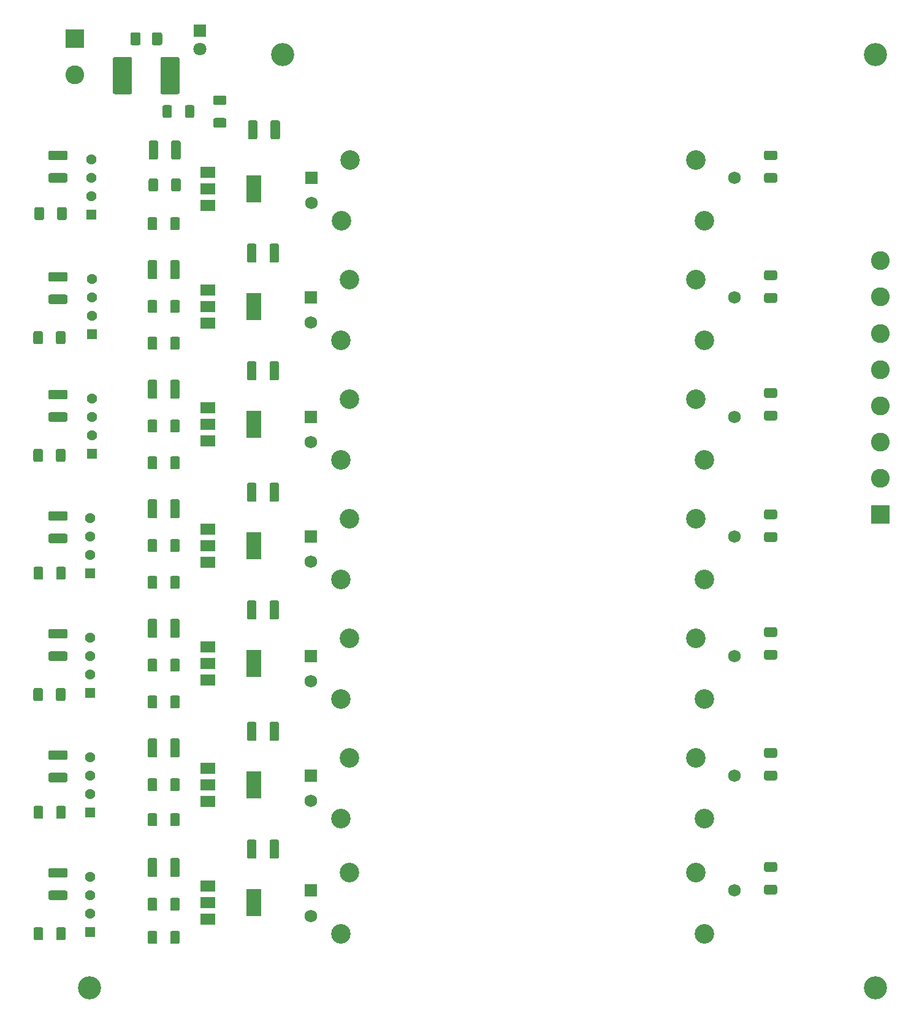
<source format=gbr>
%TF.GenerationSoftware,KiCad,Pcbnew,5.1.7-a382d34a8~87~ubuntu20.04.1*%
%TF.CreationDate,2020-11-02T17:40:13+01:00*%
%TF.ProjectId,7CellBatterySimulator_7CBS,3743656c-6c42-4617-9474-65727953696d,V1.0*%
%TF.SameCoordinates,Original*%
%TF.FileFunction,Soldermask,Bot*%
%TF.FilePolarity,Negative*%
%FSLAX46Y46*%
G04 Gerber Fmt 4.6, Leading zero omitted, Abs format (unit mm)*
G04 Created by KiCad (PCBNEW 5.1.7-a382d34a8~87~ubuntu20.04.1) date 2020-11-02 17:40:13*
%MOMM*%
%LPD*%
G01*
G04 APERTURE LIST*
%ADD10C,2.600000*%
%ADD11R,2.600000X2.600000*%
%ADD12C,1.430000*%
%ADD13R,1.430000X1.430000*%
%ADD14R,2.000000X1.500000*%
%ADD15R,2.000000X3.800000*%
%ADD16C,2.700000*%
%ADD17C,1.750000*%
%ADD18R,1.750000X1.750000*%
%ADD19C,3.200000*%
%ADD20C,1.800000*%
%ADD21R,1.800000X1.800000*%
G04 APERTURE END LIST*
D10*
%TO.C,J101*%
X50038000Y-32051000D03*
D11*
X50038000Y-27051000D03*
%TD*%
%TO.C,D101*%
G36*
G01*
X61894000Y-34456000D02*
X61894000Y-29806000D01*
G75*
G02*
X62144000Y-29556000I250000J0D01*
G01*
X64294000Y-29556000D01*
G75*
G02*
X64544000Y-29806000I0J-250000D01*
G01*
X64544000Y-34456000D01*
G75*
G02*
X64294000Y-34706000I-250000J0D01*
G01*
X62144000Y-34706000D01*
G75*
G02*
X61894000Y-34456000I0J250000D01*
G01*
G37*
G36*
G01*
X55344000Y-34456000D02*
X55344000Y-29806000D01*
G75*
G02*
X55594000Y-29556000I250000J0D01*
G01*
X57744000Y-29556000D01*
G75*
G02*
X57994000Y-29806000I0J-250000D01*
G01*
X57994000Y-34456000D01*
G75*
G02*
X57744000Y-34706000I-250000J0D01*
G01*
X55594000Y-34706000D01*
G75*
G02*
X55344000Y-34456000I0J250000D01*
G01*
G37*
%TD*%
D12*
%TO.C,PS601*%
X52197000Y-93218000D03*
X52197000Y-95758000D03*
X52197000Y-98298000D03*
D13*
X52197000Y-100838000D03*
%TD*%
D14*
%TO.C,U801*%
X68478000Y-50052000D03*
X68478000Y-45452000D03*
X68478000Y-47752000D03*
D15*
X74778000Y-47752000D03*
%TD*%
D14*
%TO.C,U701*%
X68478000Y-82564000D03*
X68478000Y-77964000D03*
X68478000Y-80264000D03*
D15*
X74778000Y-80264000D03*
%TD*%
D14*
%TO.C,U601*%
X68478000Y-99328000D03*
X68478000Y-94728000D03*
X68478000Y-97028000D03*
D15*
X74778000Y-97028000D03*
%TD*%
D14*
%TO.C,U501*%
X68478000Y-115584000D03*
X68478000Y-110984000D03*
X68478000Y-113284000D03*
D15*
X74778000Y-113284000D03*
%TD*%
D14*
%TO.C,U401*%
X68478000Y-132348000D03*
X68478000Y-127748000D03*
X68478000Y-130048000D03*
D15*
X74778000Y-130048000D03*
%TD*%
D14*
%TO.C,U301*%
X68478000Y-148604000D03*
X68478000Y-144004000D03*
X68478000Y-146304000D03*
D15*
X74778000Y-146304000D03*
%TD*%
D14*
%TO.C,U201*%
X68478000Y-66308000D03*
X68478000Y-61708000D03*
X68478000Y-64008000D03*
D15*
X74778000Y-64008000D03*
%TD*%
%TO.C,R801*%
G36*
G01*
X48827001Y-43804000D02*
X46676999Y-43804000D01*
G75*
G02*
X46427000Y-43554001I0J249999D01*
G01*
X46427000Y-42753999D01*
G75*
G02*
X46676999Y-42504000I249999J0D01*
G01*
X48827001Y-42504000D01*
G75*
G02*
X49077000Y-42753999I0J-249999D01*
G01*
X49077000Y-43554001D01*
G75*
G02*
X48827001Y-43804000I-249999J0D01*
G01*
G37*
G36*
G01*
X48827001Y-46904000D02*
X46676999Y-46904000D01*
G75*
G02*
X46427000Y-46654001I0J249999D01*
G01*
X46427000Y-45853999D01*
G75*
G02*
X46676999Y-45604000I249999J0D01*
G01*
X48827001Y-45604000D01*
G75*
G02*
X49077000Y-45853999I0J-249999D01*
G01*
X49077000Y-46654001D01*
G75*
G02*
X48827001Y-46904000I-249999J0D01*
G01*
G37*
%TD*%
%TO.C,R701*%
G36*
G01*
X48827001Y-76824000D02*
X46676999Y-76824000D01*
G75*
G02*
X46427000Y-76574001I0J249999D01*
G01*
X46427000Y-75773999D01*
G75*
G02*
X46676999Y-75524000I249999J0D01*
G01*
X48827001Y-75524000D01*
G75*
G02*
X49077000Y-75773999I0J-249999D01*
G01*
X49077000Y-76574001D01*
G75*
G02*
X48827001Y-76824000I-249999J0D01*
G01*
G37*
G36*
G01*
X48827001Y-79924000D02*
X46676999Y-79924000D01*
G75*
G02*
X46427000Y-79674001I0J249999D01*
G01*
X46427000Y-78873999D01*
G75*
G02*
X46676999Y-78624000I249999J0D01*
G01*
X48827001Y-78624000D01*
G75*
G02*
X49077000Y-78873999I0J-249999D01*
G01*
X49077000Y-79674001D01*
G75*
G02*
X48827001Y-79924000I-249999J0D01*
G01*
G37*
%TD*%
%TO.C,R601*%
G36*
G01*
X48827001Y-93588000D02*
X46676999Y-93588000D01*
G75*
G02*
X46427000Y-93338001I0J249999D01*
G01*
X46427000Y-92537999D01*
G75*
G02*
X46676999Y-92288000I249999J0D01*
G01*
X48827001Y-92288000D01*
G75*
G02*
X49077000Y-92537999I0J-249999D01*
G01*
X49077000Y-93338001D01*
G75*
G02*
X48827001Y-93588000I-249999J0D01*
G01*
G37*
G36*
G01*
X48827001Y-96688000D02*
X46676999Y-96688000D01*
G75*
G02*
X46427000Y-96438001I0J249999D01*
G01*
X46427000Y-95637999D01*
G75*
G02*
X46676999Y-95388000I249999J0D01*
G01*
X48827001Y-95388000D01*
G75*
G02*
X49077000Y-95637999I0J-249999D01*
G01*
X49077000Y-96438001D01*
G75*
G02*
X48827001Y-96688000I-249999J0D01*
G01*
G37*
%TD*%
%TO.C,R501*%
G36*
G01*
X48827001Y-109844000D02*
X46676999Y-109844000D01*
G75*
G02*
X46427000Y-109594001I0J249999D01*
G01*
X46427000Y-108793999D01*
G75*
G02*
X46676999Y-108544000I249999J0D01*
G01*
X48827001Y-108544000D01*
G75*
G02*
X49077000Y-108793999I0J-249999D01*
G01*
X49077000Y-109594001D01*
G75*
G02*
X48827001Y-109844000I-249999J0D01*
G01*
G37*
G36*
G01*
X48827001Y-112944000D02*
X46676999Y-112944000D01*
G75*
G02*
X46427000Y-112694001I0J249999D01*
G01*
X46427000Y-111893999D01*
G75*
G02*
X46676999Y-111644000I249999J0D01*
G01*
X48827001Y-111644000D01*
G75*
G02*
X49077000Y-111893999I0J-249999D01*
G01*
X49077000Y-112694001D01*
G75*
G02*
X48827001Y-112944000I-249999J0D01*
G01*
G37*
%TD*%
%TO.C,R401*%
G36*
G01*
X48827001Y-126608000D02*
X46676999Y-126608000D01*
G75*
G02*
X46427000Y-126358001I0J249999D01*
G01*
X46427000Y-125557999D01*
G75*
G02*
X46676999Y-125308000I249999J0D01*
G01*
X48827001Y-125308000D01*
G75*
G02*
X49077000Y-125557999I0J-249999D01*
G01*
X49077000Y-126358001D01*
G75*
G02*
X48827001Y-126608000I-249999J0D01*
G01*
G37*
G36*
G01*
X48827001Y-129708000D02*
X46676999Y-129708000D01*
G75*
G02*
X46427000Y-129458001I0J249999D01*
G01*
X46427000Y-128657999D01*
G75*
G02*
X46676999Y-128408000I249999J0D01*
G01*
X48827001Y-128408000D01*
G75*
G02*
X49077000Y-128657999I0J-249999D01*
G01*
X49077000Y-129458001D01*
G75*
G02*
X48827001Y-129708000I-249999J0D01*
G01*
G37*
%TD*%
%TO.C,R301*%
G36*
G01*
X48827001Y-142864000D02*
X46676999Y-142864000D01*
G75*
G02*
X46427000Y-142614001I0J249999D01*
G01*
X46427000Y-141813999D01*
G75*
G02*
X46676999Y-141564000I249999J0D01*
G01*
X48827001Y-141564000D01*
G75*
G02*
X49077000Y-141813999I0J-249999D01*
G01*
X49077000Y-142614001D01*
G75*
G02*
X48827001Y-142864000I-249999J0D01*
G01*
G37*
G36*
G01*
X48827001Y-145964000D02*
X46676999Y-145964000D01*
G75*
G02*
X46427000Y-145714001I0J249999D01*
G01*
X46427000Y-144913999D01*
G75*
G02*
X46676999Y-144664000I249999J0D01*
G01*
X48827001Y-144664000D01*
G75*
G02*
X49077000Y-144913999I0J-249999D01*
G01*
X49077000Y-145714001D01*
G75*
G02*
X48827001Y-145964000I-249999J0D01*
G01*
G37*
%TD*%
%TO.C,R201*%
G36*
G01*
X48827001Y-60568000D02*
X46676999Y-60568000D01*
G75*
G02*
X46427000Y-60318001I0J249999D01*
G01*
X46427000Y-59517999D01*
G75*
G02*
X46676999Y-59268000I249999J0D01*
G01*
X48827001Y-59268000D01*
G75*
G02*
X49077000Y-59517999I0J-249999D01*
G01*
X49077000Y-60318001D01*
G75*
G02*
X48827001Y-60568000I-249999J0D01*
G01*
G37*
G36*
G01*
X48827001Y-63668000D02*
X46676999Y-63668000D01*
G75*
G02*
X46427000Y-63418001I0J249999D01*
G01*
X46427000Y-62617999D01*
G75*
G02*
X46676999Y-62368000I249999J0D01*
G01*
X48827001Y-62368000D01*
G75*
G02*
X49077000Y-62617999I0J-249999D01*
G01*
X49077000Y-63418001D01*
G75*
G02*
X48827001Y-63668000I-249999J0D01*
G01*
G37*
%TD*%
D10*
%TO.C,J102*%
X161290000Y-57710000D03*
X161290000Y-62710000D03*
X161290000Y-67710000D03*
X161290000Y-72710000D03*
X161290000Y-77710000D03*
X161290000Y-82710000D03*
X161290000Y-87710000D03*
D11*
X161290000Y-92710000D03*
%TD*%
D16*
%TO.C,RV801*%
X137068000Y-52178000D03*
X86868000Y-52178000D03*
X135868000Y-43778000D03*
X88068000Y-43778000D03*
D17*
X141218000Y-46228000D03*
X82718000Y-49728000D03*
D18*
X82718000Y-46228000D03*
%TD*%
%TO.C,R803*%
G36*
G01*
X75300000Y-38548999D02*
X75300000Y-40699001D01*
G75*
G02*
X75050001Y-40949000I-249999J0D01*
G01*
X74249999Y-40949000D01*
G75*
G02*
X74000000Y-40699001I0J249999D01*
G01*
X74000000Y-38548999D01*
G75*
G02*
X74249999Y-38299000I249999J0D01*
G01*
X75050001Y-38299000D01*
G75*
G02*
X75300000Y-38548999I0J-249999D01*
G01*
G37*
G36*
G01*
X78400000Y-38548999D02*
X78400000Y-40699001D01*
G75*
G02*
X78150001Y-40949000I-249999J0D01*
G01*
X77349999Y-40949000D01*
G75*
G02*
X77100000Y-40699001I0J249999D01*
G01*
X77100000Y-38548999D01*
G75*
G02*
X77349999Y-38299000I249999J0D01*
G01*
X78150001Y-38299000D01*
G75*
G02*
X78400000Y-38548999I0J-249999D01*
G01*
G37*
%TD*%
%TO.C,R802*%
G36*
G01*
X61584000Y-41342999D02*
X61584000Y-43493001D01*
G75*
G02*
X61334001Y-43743000I-249999J0D01*
G01*
X60533999Y-43743000D01*
G75*
G02*
X60284000Y-43493001I0J249999D01*
G01*
X60284000Y-41342999D01*
G75*
G02*
X60533999Y-41093000I249999J0D01*
G01*
X61334001Y-41093000D01*
G75*
G02*
X61584000Y-41342999I0J-249999D01*
G01*
G37*
G36*
G01*
X64684000Y-41342999D02*
X64684000Y-43493001D01*
G75*
G02*
X64434001Y-43743000I-249999J0D01*
G01*
X63633999Y-43743000D01*
G75*
G02*
X63384000Y-43493001I0J249999D01*
G01*
X63384000Y-41342999D01*
G75*
G02*
X63633999Y-41093000I249999J0D01*
G01*
X64434001Y-41093000D01*
G75*
G02*
X64684000Y-41342999I0J-249999D01*
G01*
G37*
%TD*%
D12*
%TO.C,PS801*%
X52324000Y-43688000D03*
X52324000Y-46228000D03*
X52324000Y-48768000D03*
D13*
X52324000Y-51308000D03*
%TD*%
%TO.C,C804*%
G36*
G01*
X145526997Y-45604000D02*
X146827003Y-45604000D01*
G75*
G02*
X147077000Y-45853997I0J-249997D01*
G01*
X147077000Y-46679003D01*
G75*
G02*
X146827003Y-46929000I-249997J0D01*
G01*
X145526997Y-46929000D01*
G75*
G02*
X145277000Y-46679003I0J249997D01*
G01*
X145277000Y-45853997D01*
G75*
G02*
X145526997Y-45604000I249997J0D01*
G01*
G37*
G36*
G01*
X145526997Y-42479000D02*
X146827003Y-42479000D01*
G75*
G02*
X147077000Y-42728997I0J-249997D01*
G01*
X147077000Y-43554003D01*
G75*
G02*
X146827003Y-43804000I-249997J0D01*
G01*
X145526997Y-43804000D01*
G75*
G02*
X145277000Y-43554003I0J249997D01*
G01*
X145277000Y-42728997D01*
G75*
G02*
X145526997Y-42479000I249997J0D01*
G01*
G37*
%TD*%
%TO.C,C803*%
G36*
G01*
X61457000Y-51927997D02*
X61457000Y-53228003D01*
G75*
G02*
X61207003Y-53478000I-249997J0D01*
G01*
X60381997Y-53478000D01*
G75*
G02*
X60132000Y-53228003I0J249997D01*
G01*
X60132000Y-51927997D01*
G75*
G02*
X60381997Y-51678000I249997J0D01*
G01*
X61207003Y-51678000D01*
G75*
G02*
X61457000Y-51927997I0J-249997D01*
G01*
G37*
G36*
G01*
X64582000Y-51927997D02*
X64582000Y-53228003D01*
G75*
G02*
X64332003Y-53478000I-249997J0D01*
G01*
X63506997Y-53478000D01*
G75*
G02*
X63257000Y-53228003I0J249997D01*
G01*
X63257000Y-51927997D01*
G75*
G02*
X63506997Y-51678000I249997J0D01*
G01*
X64332003Y-51678000D01*
G75*
G02*
X64582000Y-51927997I0J-249997D01*
G01*
G37*
%TD*%
%TO.C,C802*%
G36*
G01*
X61584000Y-46593997D02*
X61584000Y-47894003D01*
G75*
G02*
X61334003Y-48144000I-249997J0D01*
G01*
X60508997Y-48144000D01*
G75*
G02*
X60259000Y-47894003I0J249997D01*
G01*
X60259000Y-46593997D01*
G75*
G02*
X60508997Y-46344000I249997J0D01*
G01*
X61334003Y-46344000D01*
G75*
G02*
X61584000Y-46593997I0J-249997D01*
G01*
G37*
G36*
G01*
X64709000Y-46593997D02*
X64709000Y-47894003D01*
G75*
G02*
X64459003Y-48144000I-249997J0D01*
G01*
X63633997Y-48144000D01*
G75*
G02*
X63384000Y-47894003I0J249997D01*
G01*
X63384000Y-46593997D01*
G75*
G02*
X63633997Y-46344000I249997J0D01*
G01*
X64459003Y-46344000D01*
G75*
G02*
X64709000Y-46593997I0J-249997D01*
G01*
G37*
%TD*%
%TO.C,C801*%
G36*
G01*
X47636000Y-51831003D02*
X47636000Y-50530997D01*
G75*
G02*
X47885997Y-50281000I249997J0D01*
G01*
X48711003Y-50281000D01*
G75*
G02*
X48961000Y-50530997I0J-249997D01*
G01*
X48961000Y-51831003D01*
G75*
G02*
X48711003Y-52081000I-249997J0D01*
G01*
X47885997Y-52081000D01*
G75*
G02*
X47636000Y-51831003I0J249997D01*
G01*
G37*
G36*
G01*
X44511000Y-51831003D02*
X44511000Y-50530997D01*
G75*
G02*
X44760997Y-50281000I249997J0D01*
G01*
X45586003Y-50281000D01*
G75*
G02*
X45836000Y-50530997I0J-249997D01*
G01*
X45836000Y-51831003D01*
G75*
G02*
X45586003Y-52081000I-249997J0D01*
G01*
X44760997Y-52081000D01*
G75*
G02*
X44511000Y-51831003I0J249997D01*
G01*
G37*
%TD*%
D19*
%TO.C,H104*%
X160655000Y-158115000D03*
%TD*%
%TO.C,H103*%
X160655000Y-29210000D03*
%TD*%
%TO.C,H102*%
X52070000Y-158115000D03*
%TD*%
%TO.C,H101*%
X78740000Y-29210000D03*
%TD*%
%TO.C,C501*%
G36*
G01*
X47470500Y-118252003D02*
X47470500Y-116951997D01*
G75*
G02*
X47720497Y-116702000I249997J0D01*
G01*
X48545503Y-116702000D01*
G75*
G02*
X48795500Y-116951997I0J-249997D01*
G01*
X48795500Y-118252003D01*
G75*
G02*
X48545503Y-118502000I-249997J0D01*
G01*
X47720497Y-118502000D01*
G75*
G02*
X47470500Y-118252003I0J249997D01*
G01*
G37*
G36*
G01*
X44345500Y-118252003D02*
X44345500Y-116951997D01*
G75*
G02*
X44595497Y-116702000I249997J0D01*
G01*
X45420503Y-116702000D01*
G75*
G02*
X45670500Y-116951997I0J-249997D01*
G01*
X45670500Y-118252003D01*
G75*
G02*
X45420503Y-118502000I-249997J0D01*
G01*
X44595497Y-118502000D01*
G75*
G02*
X44345500Y-118252003I0J249997D01*
G01*
G37*
%TD*%
%TO.C,R503*%
G36*
G01*
X75173000Y-104842999D02*
X75173000Y-106993001D01*
G75*
G02*
X74923001Y-107243000I-249999J0D01*
G01*
X74122999Y-107243000D01*
G75*
G02*
X73873000Y-106993001I0J249999D01*
G01*
X73873000Y-104842999D01*
G75*
G02*
X74122999Y-104593000I249999J0D01*
G01*
X74923001Y-104593000D01*
G75*
G02*
X75173000Y-104842999I0J-249999D01*
G01*
G37*
G36*
G01*
X78273000Y-104842999D02*
X78273000Y-106993001D01*
G75*
G02*
X78023001Y-107243000I-249999J0D01*
G01*
X77222999Y-107243000D01*
G75*
G02*
X76973000Y-106993001I0J249999D01*
G01*
X76973000Y-104842999D01*
G75*
G02*
X77222999Y-104593000I249999J0D01*
G01*
X78023001Y-104593000D01*
G75*
G02*
X78273000Y-104842999I0J-249999D01*
G01*
G37*
%TD*%
%TO.C,C303*%
G36*
G01*
X61457000Y-150479997D02*
X61457000Y-151780003D01*
G75*
G02*
X61207003Y-152030000I-249997J0D01*
G01*
X60381997Y-152030000D01*
G75*
G02*
X60132000Y-151780003I0J249997D01*
G01*
X60132000Y-150479997D01*
G75*
G02*
X60381997Y-150230000I249997J0D01*
G01*
X61207003Y-150230000D01*
G75*
G02*
X61457000Y-150479997I0J-249997D01*
G01*
G37*
G36*
G01*
X64582000Y-150479997D02*
X64582000Y-151780003D01*
G75*
G02*
X64332003Y-152030000I-249997J0D01*
G01*
X63506997Y-152030000D01*
G75*
G02*
X63257000Y-151780003I0J249997D01*
G01*
X63257000Y-150479997D01*
G75*
G02*
X63506997Y-150230000I249997J0D01*
G01*
X64332003Y-150230000D01*
G75*
G02*
X64582000Y-150479997I0J-249997D01*
G01*
G37*
%TD*%
D16*
%TO.C,RV701*%
X137027000Y-85198000D03*
X86827000Y-85198000D03*
X135827000Y-76798000D03*
X88027000Y-76798000D03*
D17*
X141177000Y-79248000D03*
X82677000Y-82748000D03*
D18*
X82677000Y-79248000D03*
%TD*%
D16*
%TO.C,RV601*%
X137027000Y-101708000D03*
X86827000Y-101708000D03*
X135827000Y-93308000D03*
X88027000Y-93308000D03*
D17*
X141177000Y-95758000D03*
X82677000Y-99258000D03*
D18*
X82677000Y-95758000D03*
%TD*%
D16*
%TO.C,RV501*%
X137027000Y-118218000D03*
X86827000Y-118218000D03*
X135827000Y-109818000D03*
X88027000Y-109818000D03*
D17*
X141177000Y-112268000D03*
X82677000Y-115768000D03*
D18*
X82677000Y-112268000D03*
%TD*%
D16*
%TO.C,RV401*%
X137027000Y-134728000D03*
X86827000Y-134728000D03*
X135827000Y-126328000D03*
X88027000Y-126328000D03*
D17*
X141177000Y-128778000D03*
X82677000Y-132278000D03*
D18*
X82677000Y-128778000D03*
%TD*%
D16*
%TO.C,RV301*%
X137027000Y-150603000D03*
X86827000Y-150603000D03*
X135827000Y-142203000D03*
X88027000Y-142203000D03*
D17*
X141177000Y-144653000D03*
X82677000Y-148153000D03*
D18*
X82677000Y-144653000D03*
%TD*%
%TO.C,R703*%
G36*
G01*
X75173000Y-71822999D02*
X75173000Y-73973001D01*
G75*
G02*
X74923001Y-74223000I-249999J0D01*
G01*
X74122999Y-74223000D01*
G75*
G02*
X73873000Y-73973001I0J249999D01*
G01*
X73873000Y-71822999D01*
G75*
G02*
X74122999Y-71573000I249999J0D01*
G01*
X74923001Y-71573000D01*
G75*
G02*
X75173000Y-71822999I0J-249999D01*
G01*
G37*
G36*
G01*
X78273000Y-71822999D02*
X78273000Y-73973001D01*
G75*
G02*
X78023001Y-74223000I-249999J0D01*
G01*
X77222999Y-74223000D01*
G75*
G02*
X76973000Y-73973001I0J249999D01*
G01*
X76973000Y-71822999D01*
G75*
G02*
X77222999Y-71573000I249999J0D01*
G01*
X78023001Y-71573000D01*
G75*
G02*
X78273000Y-71822999I0J-249999D01*
G01*
G37*
%TD*%
%TO.C,R702*%
G36*
G01*
X61457000Y-74362999D02*
X61457000Y-76513001D01*
G75*
G02*
X61207001Y-76763000I-249999J0D01*
G01*
X60406999Y-76763000D01*
G75*
G02*
X60157000Y-76513001I0J249999D01*
G01*
X60157000Y-74362999D01*
G75*
G02*
X60406999Y-74113000I249999J0D01*
G01*
X61207001Y-74113000D01*
G75*
G02*
X61457000Y-74362999I0J-249999D01*
G01*
G37*
G36*
G01*
X64557000Y-74362999D02*
X64557000Y-76513001D01*
G75*
G02*
X64307001Y-76763000I-249999J0D01*
G01*
X63506999Y-76763000D01*
G75*
G02*
X63257000Y-76513001I0J249999D01*
G01*
X63257000Y-74362999D01*
G75*
G02*
X63506999Y-74113000I249999J0D01*
G01*
X64307001Y-74113000D01*
G75*
G02*
X64557000Y-74362999I0J-249999D01*
G01*
G37*
%TD*%
%TO.C,R603*%
G36*
G01*
X75173000Y-88586999D02*
X75173000Y-90737001D01*
G75*
G02*
X74923001Y-90987000I-249999J0D01*
G01*
X74122999Y-90987000D01*
G75*
G02*
X73873000Y-90737001I0J249999D01*
G01*
X73873000Y-88586999D01*
G75*
G02*
X74122999Y-88337000I249999J0D01*
G01*
X74923001Y-88337000D01*
G75*
G02*
X75173000Y-88586999I0J-249999D01*
G01*
G37*
G36*
G01*
X78273000Y-88586999D02*
X78273000Y-90737001D01*
G75*
G02*
X78023001Y-90987000I-249999J0D01*
G01*
X77222999Y-90987000D01*
G75*
G02*
X76973000Y-90737001I0J249999D01*
G01*
X76973000Y-88586999D01*
G75*
G02*
X77222999Y-88337000I249999J0D01*
G01*
X78023001Y-88337000D01*
G75*
G02*
X78273000Y-88586999I0J-249999D01*
G01*
G37*
%TD*%
%TO.C,R602*%
G36*
G01*
X61457000Y-90872999D02*
X61457000Y-93023001D01*
G75*
G02*
X61207001Y-93273000I-249999J0D01*
G01*
X60406999Y-93273000D01*
G75*
G02*
X60157000Y-93023001I0J249999D01*
G01*
X60157000Y-90872999D01*
G75*
G02*
X60406999Y-90623000I249999J0D01*
G01*
X61207001Y-90623000D01*
G75*
G02*
X61457000Y-90872999I0J-249999D01*
G01*
G37*
G36*
G01*
X64557000Y-90872999D02*
X64557000Y-93023001D01*
G75*
G02*
X64307001Y-93273000I-249999J0D01*
G01*
X63506999Y-93273000D01*
G75*
G02*
X63257000Y-93023001I0J249999D01*
G01*
X63257000Y-90872999D01*
G75*
G02*
X63506999Y-90623000I249999J0D01*
G01*
X64307001Y-90623000D01*
G75*
G02*
X64557000Y-90872999I0J-249999D01*
G01*
G37*
%TD*%
%TO.C,R502*%
G36*
G01*
X61457000Y-107382999D02*
X61457000Y-109533001D01*
G75*
G02*
X61207001Y-109783000I-249999J0D01*
G01*
X60406999Y-109783000D01*
G75*
G02*
X60157000Y-109533001I0J249999D01*
G01*
X60157000Y-107382999D01*
G75*
G02*
X60406999Y-107133000I249999J0D01*
G01*
X61207001Y-107133000D01*
G75*
G02*
X61457000Y-107382999I0J-249999D01*
G01*
G37*
G36*
G01*
X64557000Y-107382999D02*
X64557000Y-109533001D01*
G75*
G02*
X64307001Y-109783000I-249999J0D01*
G01*
X63506999Y-109783000D01*
G75*
G02*
X63257000Y-109533001I0J249999D01*
G01*
X63257000Y-107382999D01*
G75*
G02*
X63506999Y-107133000I249999J0D01*
G01*
X64307001Y-107133000D01*
G75*
G02*
X64557000Y-107382999I0J-249999D01*
G01*
G37*
%TD*%
%TO.C,R403*%
G36*
G01*
X75173000Y-121606999D02*
X75173000Y-123757001D01*
G75*
G02*
X74923001Y-124007000I-249999J0D01*
G01*
X74122999Y-124007000D01*
G75*
G02*
X73873000Y-123757001I0J249999D01*
G01*
X73873000Y-121606999D01*
G75*
G02*
X74122999Y-121357000I249999J0D01*
G01*
X74923001Y-121357000D01*
G75*
G02*
X75173000Y-121606999I0J-249999D01*
G01*
G37*
G36*
G01*
X78273000Y-121606999D02*
X78273000Y-123757001D01*
G75*
G02*
X78023001Y-124007000I-249999J0D01*
G01*
X77222999Y-124007000D01*
G75*
G02*
X76973000Y-123757001I0J249999D01*
G01*
X76973000Y-121606999D01*
G75*
G02*
X77222999Y-121357000I249999J0D01*
G01*
X78023001Y-121357000D01*
G75*
G02*
X78273000Y-121606999I0J-249999D01*
G01*
G37*
%TD*%
%TO.C,R402*%
G36*
G01*
X61457000Y-123892999D02*
X61457000Y-126043001D01*
G75*
G02*
X61207001Y-126293000I-249999J0D01*
G01*
X60406999Y-126293000D01*
G75*
G02*
X60157000Y-126043001I0J249999D01*
G01*
X60157000Y-123892999D01*
G75*
G02*
X60406999Y-123643000I249999J0D01*
G01*
X61207001Y-123643000D01*
G75*
G02*
X61457000Y-123892999I0J-249999D01*
G01*
G37*
G36*
G01*
X64557000Y-123892999D02*
X64557000Y-126043001D01*
G75*
G02*
X64307001Y-126293000I-249999J0D01*
G01*
X63506999Y-126293000D01*
G75*
G02*
X63257000Y-126043001I0J249999D01*
G01*
X63257000Y-123892999D01*
G75*
G02*
X63506999Y-123643000I249999J0D01*
G01*
X64307001Y-123643000D01*
G75*
G02*
X64557000Y-123892999I0J-249999D01*
G01*
G37*
%TD*%
%TO.C,R303*%
G36*
G01*
X75173000Y-137862999D02*
X75173000Y-140013001D01*
G75*
G02*
X74923001Y-140263000I-249999J0D01*
G01*
X74122999Y-140263000D01*
G75*
G02*
X73873000Y-140013001I0J249999D01*
G01*
X73873000Y-137862999D01*
G75*
G02*
X74122999Y-137613000I249999J0D01*
G01*
X74923001Y-137613000D01*
G75*
G02*
X75173000Y-137862999I0J-249999D01*
G01*
G37*
G36*
G01*
X78273000Y-137862999D02*
X78273000Y-140013001D01*
G75*
G02*
X78023001Y-140263000I-249999J0D01*
G01*
X77222999Y-140263000D01*
G75*
G02*
X76973000Y-140013001I0J249999D01*
G01*
X76973000Y-137862999D01*
G75*
G02*
X77222999Y-137613000I249999J0D01*
G01*
X78023001Y-137613000D01*
G75*
G02*
X78273000Y-137862999I0J-249999D01*
G01*
G37*
%TD*%
%TO.C,R302*%
G36*
G01*
X61457000Y-140402999D02*
X61457000Y-142553001D01*
G75*
G02*
X61207001Y-142803000I-249999J0D01*
G01*
X60406999Y-142803000D01*
G75*
G02*
X60157000Y-142553001I0J249999D01*
G01*
X60157000Y-140402999D01*
G75*
G02*
X60406999Y-140153000I249999J0D01*
G01*
X61207001Y-140153000D01*
G75*
G02*
X61457000Y-140402999I0J-249999D01*
G01*
G37*
G36*
G01*
X64557000Y-140402999D02*
X64557000Y-142553001D01*
G75*
G02*
X64307001Y-142803000I-249999J0D01*
G01*
X63506999Y-142803000D01*
G75*
G02*
X63257000Y-142553001I0J249999D01*
G01*
X63257000Y-140402999D01*
G75*
G02*
X63506999Y-140153000I249999J0D01*
G01*
X64307001Y-140153000D01*
G75*
G02*
X64557000Y-140402999I0J-249999D01*
G01*
G37*
%TD*%
%TO.C,R101*%
G36*
G01*
X65289000Y-37709001D02*
X65289000Y-36458999D01*
G75*
G02*
X65538999Y-36209000I249999J0D01*
G01*
X66339001Y-36209000D01*
G75*
G02*
X66589000Y-36458999I0J-249999D01*
G01*
X66589000Y-37709001D01*
G75*
G02*
X66339001Y-37959000I-249999J0D01*
G01*
X65538999Y-37959000D01*
G75*
G02*
X65289000Y-37709001I0J249999D01*
G01*
G37*
G36*
G01*
X62189000Y-37709001D02*
X62189000Y-36458999D01*
G75*
G02*
X62438999Y-36209000I249999J0D01*
G01*
X63239001Y-36209000D01*
G75*
G02*
X63489000Y-36458999I0J-249999D01*
G01*
X63489000Y-37709001D01*
G75*
G02*
X63239001Y-37959000I-249999J0D01*
G01*
X62438999Y-37959000D01*
G75*
G02*
X62189000Y-37709001I0J249999D01*
G01*
G37*
%TD*%
D12*
%TO.C,PS701*%
X52451000Y-76708000D03*
X52451000Y-79248000D03*
X52451000Y-81788000D03*
D13*
X52451000Y-84328000D03*
%TD*%
D12*
%TO.C,PS501*%
X52197000Y-109728000D03*
X52197000Y-112268000D03*
X52197000Y-114808000D03*
D13*
X52197000Y-117348000D03*
%TD*%
D12*
%TO.C,PS401*%
X52197000Y-126238000D03*
X52197000Y-128778000D03*
X52197000Y-131318000D03*
D13*
X52197000Y-133858000D03*
%TD*%
D12*
%TO.C,PS301*%
X52197000Y-142748000D03*
X52197000Y-145288000D03*
X52197000Y-147828000D03*
D13*
X52197000Y-150368000D03*
%TD*%
%TO.C,F101*%
G36*
G01*
X59169000Y-26426000D02*
X59169000Y-27676000D01*
G75*
G02*
X58919000Y-27926000I-250000J0D01*
G01*
X57994000Y-27926000D01*
G75*
G02*
X57744000Y-27676000I0J250000D01*
G01*
X57744000Y-26426000D01*
G75*
G02*
X57994000Y-26176000I250000J0D01*
G01*
X58919000Y-26176000D01*
G75*
G02*
X59169000Y-26426000I0J-250000D01*
G01*
G37*
G36*
G01*
X62144000Y-26426000D02*
X62144000Y-27676000D01*
G75*
G02*
X61894000Y-27926000I-250000J0D01*
G01*
X60969000Y-27926000D01*
G75*
G02*
X60719000Y-27676000I0J250000D01*
G01*
X60719000Y-26426000D01*
G75*
G02*
X60969000Y-26176000I250000J0D01*
G01*
X61894000Y-26176000D01*
G75*
G02*
X62144000Y-26426000I0J-250000D01*
G01*
G37*
%TD*%
D20*
%TO.C,D102*%
X67310000Y-28448000D03*
D21*
X67310000Y-25908000D03*
%TD*%
%TO.C,C704*%
G36*
G01*
X145526997Y-78408500D02*
X146827003Y-78408500D01*
G75*
G02*
X147077000Y-78658497I0J-249997D01*
G01*
X147077000Y-79483503D01*
G75*
G02*
X146827003Y-79733500I-249997J0D01*
G01*
X145526997Y-79733500D01*
G75*
G02*
X145277000Y-79483503I0J249997D01*
G01*
X145277000Y-78658497D01*
G75*
G02*
X145526997Y-78408500I249997J0D01*
G01*
G37*
G36*
G01*
X145526997Y-75283500D02*
X146827003Y-75283500D01*
G75*
G02*
X147077000Y-75533497I0J-249997D01*
G01*
X147077000Y-76358503D01*
G75*
G02*
X146827003Y-76608500I-249997J0D01*
G01*
X145526997Y-76608500D01*
G75*
G02*
X145277000Y-76358503I0J249997D01*
G01*
X145277000Y-75533497D01*
G75*
G02*
X145526997Y-75283500I249997J0D01*
G01*
G37*
%TD*%
%TO.C,C703*%
G36*
G01*
X61457000Y-84947997D02*
X61457000Y-86248003D01*
G75*
G02*
X61207003Y-86498000I-249997J0D01*
G01*
X60381997Y-86498000D01*
G75*
G02*
X60132000Y-86248003I0J249997D01*
G01*
X60132000Y-84947997D01*
G75*
G02*
X60381997Y-84698000I249997J0D01*
G01*
X61207003Y-84698000D01*
G75*
G02*
X61457000Y-84947997I0J-249997D01*
G01*
G37*
G36*
G01*
X64582000Y-84947997D02*
X64582000Y-86248003D01*
G75*
G02*
X64332003Y-86498000I-249997J0D01*
G01*
X63506997Y-86498000D01*
G75*
G02*
X63257000Y-86248003I0J249997D01*
G01*
X63257000Y-84947997D01*
G75*
G02*
X63506997Y-84698000I249997J0D01*
G01*
X64332003Y-84698000D01*
G75*
G02*
X64582000Y-84947997I0J-249997D01*
G01*
G37*
%TD*%
%TO.C,C702*%
G36*
G01*
X61457000Y-79867997D02*
X61457000Y-81168003D01*
G75*
G02*
X61207003Y-81418000I-249997J0D01*
G01*
X60381997Y-81418000D01*
G75*
G02*
X60132000Y-81168003I0J249997D01*
G01*
X60132000Y-79867997D01*
G75*
G02*
X60381997Y-79618000I249997J0D01*
G01*
X61207003Y-79618000D01*
G75*
G02*
X61457000Y-79867997I0J-249997D01*
G01*
G37*
G36*
G01*
X64582000Y-79867997D02*
X64582000Y-81168003D01*
G75*
G02*
X64332003Y-81418000I-249997J0D01*
G01*
X63506997Y-81418000D01*
G75*
G02*
X63257000Y-81168003I0J249997D01*
G01*
X63257000Y-79867997D01*
G75*
G02*
X63506997Y-79618000I249997J0D01*
G01*
X64332003Y-79618000D01*
G75*
G02*
X64582000Y-79867997I0J-249997D01*
G01*
G37*
%TD*%
%TO.C,C701*%
G36*
G01*
X47470500Y-85232003D02*
X47470500Y-83931997D01*
G75*
G02*
X47720497Y-83682000I249997J0D01*
G01*
X48545503Y-83682000D01*
G75*
G02*
X48795500Y-83931997I0J-249997D01*
G01*
X48795500Y-85232003D01*
G75*
G02*
X48545503Y-85482000I-249997J0D01*
G01*
X47720497Y-85482000D01*
G75*
G02*
X47470500Y-85232003I0J249997D01*
G01*
G37*
G36*
G01*
X44345500Y-85232003D02*
X44345500Y-83931997D01*
G75*
G02*
X44595497Y-83682000I249997J0D01*
G01*
X45420503Y-83682000D01*
G75*
G02*
X45670500Y-83931997I0J-249997D01*
G01*
X45670500Y-85232003D01*
G75*
G02*
X45420503Y-85482000I-249997J0D01*
G01*
X44595497Y-85482000D01*
G75*
G02*
X44345500Y-85232003I0J249997D01*
G01*
G37*
%TD*%
%TO.C,C604*%
G36*
G01*
X145526997Y-95172500D02*
X146827003Y-95172500D01*
G75*
G02*
X147077000Y-95422497I0J-249997D01*
G01*
X147077000Y-96247503D01*
G75*
G02*
X146827003Y-96497500I-249997J0D01*
G01*
X145526997Y-96497500D01*
G75*
G02*
X145277000Y-96247503I0J249997D01*
G01*
X145277000Y-95422497D01*
G75*
G02*
X145526997Y-95172500I249997J0D01*
G01*
G37*
G36*
G01*
X145526997Y-92047500D02*
X146827003Y-92047500D01*
G75*
G02*
X147077000Y-92297497I0J-249997D01*
G01*
X147077000Y-93122503D01*
G75*
G02*
X146827003Y-93372500I-249997J0D01*
G01*
X145526997Y-93372500D01*
G75*
G02*
X145277000Y-93122503I0J249997D01*
G01*
X145277000Y-92297497D01*
G75*
G02*
X145526997Y-92047500I249997J0D01*
G01*
G37*
%TD*%
%TO.C,C603*%
G36*
G01*
X61457000Y-101457997D02*
X61457000Y-102758003D01*
G75*
G02*
X61207003Y-103008000I-249997J0D01*
G01*
X60381997Y-103008000D01*
G75*
G02*
X60132000Y-102758003I0J249997D01*
G01*
X60132000Y-101457997D01*
G75*
G02*
X60381997Y-101208000I249997J0D01*
G01*
X61207003Y-101208000D01*
G75*
G02*
X61457000Y-101457997I0J-249997D01*
G01*
G37*
G36*
G01*
X64582000Y-101457997D02*
X64582000Y-102758003D01*
G75*
G02*
X64332003Y-103008000I-249997J0D01*
G01*
X63506997Y-103008000D01*
G75*
G02*
X63257000Y-102758003I0J249997D01*
G01*
X63257000Y-101457997D01*
G75*
G02*
X63506997Y-101208000I249997J0D01*
G01*
X64332003Y-101208000D01*
G75*
G02*
X64582000Y-101457997I0J-249997D01*
G01*
G37*
%TD*%
%TO.C,C602*%
G36*
G01*
X61457000Y-96377997D02*
X61457000Y-97678003D01*
G75*
G02*
X61207003Y-97928000I-249997J0D01*
G01*
X60381997Y-97928000D01*
G75*
G02*
X60132000Y-97678003I0J249997D01*
G01*
X60132000Y-96377997D01*
G75*
G02*
X60381997Y-96128000I249997J0D01*
G01*
X61207003Y-96128000D01*
G75*
G02*
X61457000Y-96377997I0J-249997D01*
G01*
G37*
G36*
G01*
X64582000Y-96377997D02*
X64582000Y-97678003D01*
G75*
G02*
X64332003Y-97928000I-249997J0D01*
G01*
X63506997Y-97928000D01*
G75*
G02*
X63257000Y-97678003I0J249997D01*
G01*
X63257000Y-96377997D01*
G75*
G02*
X63506997Y-96128000I249997J0D01*
G01*
X64332003Y-96128000D01*
G75*
G02*
X64582000Y-96377997I0J-249997D01*
G01*
G37*
%TD*%
%TO.C,C601*%
G36*
G01*
X47509000Y-101488003D02*
X47509000Y-100187997D01*
G75*
G02*
X47758997Y-99938000I249997J0D01*
G01*
X48584003Y-99938000D01*
G75*
G02*
X48834000Y-100187997I0J-249997D01*
G01*
X48834000Y-101488003D01*
G75*
G02*
X48584003Y-101738000I-249997J0D01*
G01*
X47758997Y-101738000D01*
G75*
G02*
X47509000Y-101488003I0J249997D01*
G01*
G37*
G36*
G01*
X44384000Y-101488003D02*
X44384000Y-100187997D01*
G75*
G02*
X44633997Y-99938000I249997J0D01*
G01*
X45459003Y-99938000D01*
G75*
G02*
X45709000Y-100187997I0J-249997D01*
G01*
X45709000Y-101488003D01*
G75*
G02*
X45459003Y-101738000I-249997J0D01*
G01*
X44633997Y-101738000D01*
G75*
G02*
X44384000Y-101488003I0J249997D01*
G01*
G37*
%TD*%
%TO.C,C504*%
G36*
G01*
X145526997Y-111428500D02*
X146827003Y-111428500D01*
G75*
G02*
X147077000Y-111678497I0J-249997D01*
G01*
X147077000Y-112503503D01*
G75*
G02*
X146827003Y-112753500I-249997J0D01*
G01*
X145526997Y-112753500D01*
G75*
G02*
X145277000Y-112503503I0J249997D01*
G01*
X145277000Y-111678497D01*
G75*
G02*
X145526997Y-111428500I249997J0D01*
G01*
G37*
G36*
G01*
X145526997Y-108303500D02*
X146827003Y-108303500D01*
G75*
G02*
X147077000Y-108553497I0J-249997D01*
G01*
X147077000Y-109378503D01*
G75*
G02*
X146827003Y-109628500I-249997J0D01*
G01*
X145526997Y-109628500D01*
G75*
G02*
X145277000Y-109378503I0J249997D01*
G01*
X145277000Y-108553497D01*
G75*
G02*
X145526997Y-108303500I249997J0D01*
G01*
G37*
%TD*%
%TO.C,C503*%
G36*
G01*
X61457000Y-117967997D02*
X61457000Y-119268003D01*
G75*
G02*
X61207003Y-119518000I-249997J0D01*
G01*
X60381997Y-119518000D01*
G75*
G02*
X60132000Y-119268003I0J249997D01*
G01*
X60132000Y-117967997D01*
G75*
G02*
X60381997Y-117718000I249997J0D01*
G01*
X61207003Y-117718000D01*
G75*
G02*
X61457000Y-117967997I0J-249997D01*
G01*
G37*
G36*
G01*
X64582000Y-117967997D02*
X64582000Y-119268003D01*
G75*
G02*
X64332003Y-119518000I-249997J0D01*
G01*
X63506997Y-119518000D01*
G75*
G02*
X63257000Y-119268003I0J249997D01*
G01*
X63257000Y-117967997D01*
G75*
G02*
X63506997Y-117718000I249997J0D01*
G01*
X64332003Y-117718000D01*
G75*
G02*
X64582000Y-117967997I0J-249997D01*
G01*
G37*
%TD*%
%TO.C,C502*%
G36*
G01*
X61457000Y-112887997D02*
X61457000Y-114188003D01*
G75*
G02*
X61207003Y-114438000I-249997J0D01*
G01*
X60381997Y-114438000D01*
G75*
G02*
X60132000Y-114188003I0J249997D01*
G01*
X60132000Y-112887997D01*
G75*
G02*
X60381997Y-112638000I249997J0D01*
G01*
X61207003Y-112638000D01*
G75*
G02*
X61457000Y-112887997I0J-249997D01*
G01*
G37*
G36*
G01*
X64582000Y-112887997D02*
X64582000Y-114188003D01*
G75*
G02*
X64332003Y-114438000I-249997J0D01*
G01*
X63506997Y-114438000D01*
G75*
G02*
X63257000Y-114188003I0J249997D01*
G01*
X63257000Y-112887997D01*
G75*
G02*
X63506997Y-112638000I249997J0D01*
G01*
X64332003Y-112638000D01*
G75*
G02*
X64582000Y-112887997I0J-249997D01*
G01*
G37*
%TD*%
%TO.C,C404*%
G36*
G01*
X145526997Y-128115500D02*
X146827003Y-128115500D01*
G75*
G02*
X147077000Y-128365497I0J-249997D01*
G01*
X147077000Y-129190503D01*
G75*
G02*
X146827003Y-129440500I-249997J0D01*
G01*
X145526997Y-129440500D01*
G75*
G02*
X145277000Y-129190503I0J249997D01*
G01*
X145277000Y-128365497D01*
G75*
G02*
X145526997Y-128115500I249997J0D01*
G01*
G37*
G36*
G01*
X145526997Y-124990500D02*
X146827003Y-124990500D01*
G75*
G02*
X147077000Y-125240497I0J-249997D01*
G01*
X147077000Y-126065503D01*
G75*
G02*
X146827003Y-126315500I-249997J0D01*
G01*
X145526997Y-126315500D01*
G75*
G02*
X145277000Y-126065503I0J249997D01*
G01*
X145277000Y-125240497D01*
G75*
G02*
X145526997Y-124990500I249997J0D01*
G01*
G37*
%TD*%
%TO.C,C403*%
G36*
G01*
X61457000Y-134223997D02*
X61457000Y-135524003D01*
G75*
G02*
X61207003Y-135774000I-249997J0D01*
G01*
X60381997Y-135774000D01*
G75*
G02*
X60132000Y-135524003I0J249997D01*
G01*
X60132000Y-134223997D01*
G75*
G02*
X60381997Y-133974000I249997J0D01*
G01*
X61207003Y-133974000D01*
G75*
G02*
X61457000Y-134223997I0J-249997D01*
G01*
G37*
G36*
G01*
X64582000Y-134223997D02*
X64582000Y-135524003D01*
G75*
G02*
X64332003Y-135774000I-249997J0D01*
G01*
X63506997Y-135774000D01*
G75*
G02*
X63257000Y-135524003I0J249997D01*
G01*
X63257000Y-134223997D01*
G75*
G02*
X63506997Y-133974000I249997J0D01*
G01*
X64332003Y-133974000D01*
G75*
G02*
X64582000Y-134223997I0J-249997D01*
G01*
G37*
%TD*%
%TO.C,C402*%
G36*
G01*
X61457000Y-129397997D02*
X61457000Y-130698003D01*
G75*
G02*
X61207003Y-130948000I-249997J0D01*
G01*
X60381997Y-130948000D01*
G75*
G02*
X60132000Y-130698003I0J249997D01*
G01*
X60132000Y-129397997D01*
G75*
G02*
X60381997Y-129148000I249997J0D01*
G01*
X61207003Y-129148000D01*
G75*
G02*
X61457000Y-129397997I0J-249997D01*
G01*
G37*
G36*
G01*
X64582000Y-129397997D02*
X64582000Y-130698003D01*
G75*
G02*
X64332003Y-130948000I-249997J0D01*
G01*
X63506997Y-130948000D01*
G75*
G02*
X63257000Y-130698003I0J249997D01*
G01*
X63257000Y-129397997D01*
G75*
G02*
X63506997Y-129148000I249997J0D01*
G01*
X64332003Y-129148000D01*
G75*
G02*
X64582000Y-129397997I0J-249997D01*
G01*
G37*
%TD*%
%TO.C,C401*%
G36*
G01*
X47509000Y-134508003D02*
X47509000Y-133207997D01*
G75*
G02*
X47758997Y-132958000I249997J0D01*
G01*
X48584003Y-132958000D01*
G75*
G02*
X48834000Y-133207997I0J-249997D01*
G01*
X48834000Y-134508003D01*
G75*
G02*
X48584003Y-134758000I-249997J0D01*
G01*
X47758997Y-134758000D01*
G75*
G02*
X47509000Y-134508003I0J249997D01*
G01*
G37*
G36*
G01*
X44384000Y-134508003D02*
X44384000Y-133207997D01*
G75*
G02*
X44633997Y-132958000I249997J0D01*
G01*
X45459003Y-132958000D01*
G75*
G02*
X45709000Y-133207997I0J-249997D01*
G01*
X45709000Y-134508003D01*
G75*
G02*
X45459003Y-134758000I-249997J0D01*
G01*
X44633997Y-134758000D01*
G75*
G02*
X44384000Y-134508003I0J249997D01*
G01*
G37*
%TD*%
%TO.C,C304*%
G36*
G01*
X145526997Y-143863500D02*
X146827003Y-143863500D01*
G75*
G02*
X147077000Y-144113497I0J-249997D01*
G01*
X147077000Y-144938503D01*
G75*
G02*
X146827003Y-145188500I-249997J0D01*
G01*
X145526997Y-145188500D01*
G75*
G02*
X145277000Y-144938503I0J249997D01*
G01*
X145277000Y-144113497D01*
G75*
G02*
X145526997Y-143863500I249997J0D01*
G01*
G37*
G36*
G01*
X145526997Y-140738500D02*
X146827003Y-140738500D01*
G75*
G02*
X147077000Y-140988497I0J-249997D01*
G01*
X147077000Y-141813503D01*
G75*
G02*
X146827003Y-142063500I-249997J0D01*
G01*
X145526997Y-142063500D01*
G75*
G02*
X145277000Y-141813503I0J249997D01*
G01*
X145277000Y-140988497D01*
G75*
G02*
X145526997Y-140738500I249997J0D01*
G01*
G37*
%TD*%
%TO.C,C302*%
G36*
G01*
X61457000Y-145907997D02*
X61457000Y-147208003D01*
G75*
G02*
X61207003Y-147458000I-249997J0D01*
G01*
X60381997Y-147458000D01*
G75*
G02*
X60132000Y-147208003I0J249997D01*
G01*
X60132000Y-145907997D01*
G75*
G02*
X60381997Y-145658000I249997J0D01*
G01*
X61207003Y-145658000D01*
G75*
G02*
X61457000Y-145907997I0J-249997D01*
G01*
G37*
G36*
G01*
X64582000Y-145907997D02*
X64582000Y-147208003D01*
G75*
G02*
X64332003Y-147458000I-249997J0D01*
G01*
X63506997Y-147458000D01*
G75*
G02*
X63257000Y-147208003I0J249997D01*
G01*
X63257000Y-145907997D01*
G75*
G02*
X63506997Y-145658000I249997J0D01*
G01*
X64332003Y-145658000D01*
G75*
G02*
X64582000Y-145907997I0J-249997D01*
G01*
G37*
%TD*%
%TO.C,C301*%
G36*
G01*
X47509000Y-151272003D02*
X47509000Y-149971997D01*
G75*
G02*
X47758997Y-149722000I249997J0D01*
G01*
X48584003Y-149722000D01*
G75*
G02*
X48834000Y-149971997I0J-249997D01*
G01*
X48834000Y-151272003D01*
G75*
G02*
X48584003Y-151522000I-249997J0D01*
G01*
X47758997Y-151522000D01*
G75*
G02*
X47509000Y-151272003I0J249997D01*
G01*
G37*
G36*
G01*
X44384000Y-151272003D02*
X44384000Y-149971997D01*
G75*
G02*
X44633997Y-149722000I249997J0D01*
G01*
X45459003Y-149722000D01*
G75*
G02*
X45709000Y-149971997I0J-249997D01*
G01*
X45709000Y-151272003D01*
G75*
G02*
X45459003Y-151522000I-249997J0D01*
G01*
X44633997Y-151522000D01*
G75*
G02*
X44384000Y-151272003I0J249997D01*
G01*
G37*
%TD*%
%TO.C,C101*%
G36*
G01*
X70754003Y-36184000D02*
X69453997Y-36184000D01*
G75*
G02*
X69204000Y-35934003I0J249997D01*
G01*
X69204000Y-35108997D01*
G75*
G02*
X69453997Y-34859000I249997J0D01*
G01*
X70754003Y-34859000D01*
G75*
G02*
X71004000Y-35108997I0J-249997D01*
G01*
X71004000Y-35934003D01*
G75*
G02*
X70754003Y-36184000I-249997J0D01*
G01*
G37*
G36*
G01*
X70754003Y-39309000D02*
X69453997Y-39309000D01*
G75*
G02*
X69204000Y-39059003I0J249997D01*
G01*
X69204000Y-38233997D01*
G75*
G02*
X69453997Y-37984000I249997J0D01*
G01*
X70754003Y-37984000D01*
G75*
G02*
X71004000Y-38233997I0J-249997D01*
G01*
X71004000Y-39059003D01*
G75*
G02*
X70754003Y-39309000I-249997J0D01*
G01*
G37*
%TD*%
%TO.C,C202*%
G36*
G01*
X61457000Y-63357997D02*
X61457000Y-64658003D01*
G75*
G02*
X61207003Y-64908000I-249997J0D01*
G01*
X60381997Y-64908000D01*
G75*
G02*
X60132000Y-64658003I0J249997D01*
G01*
X60132000Y-63357997D01*
G75*
G02*
X60381997Y-63108000I249997J0D01*
G01*
X61207003Y-63108000D01*
G75*
G02*
X61457000Y-63357997I0J-249997D01*
G01*
G37*
G36*
G01*
X64582000Y-63357997D02*
X64582000Y-64658003D01*
G75*
G02*
X64332003Y-64908000I-249997J0D01*
G01*
X63506997Y-64908000D01*
G75*
G02*
X63257000Y-64658003I0J249997D01*
G01*
X63257000Y-63357997D01*
G75*
G02*
X63506997Y-63108000I249997J0D01*
G01*
X64332003Y-63108000D01*
G75*
G02*
X64582000Y-63357997I0J-249997D01*
G01*
G37*
%TD*%
D16*
%TO.C,RV201*%
X137027000Y-68688000D03*
X86827000Y-68688000D03*
X135827000Y-60288000D03*
X88027000Y-60288000D03*
D17*
X141177000Y-62738000D03*
X82677000Y-66238000D03*
D18*
X82677000Y-62738000D03*
%TD*%
%TO.C,R203*%
G36*
G01*
X75173000Y-55566999D02*
X75173000Y-57717001D01*
G75*
G02*
X74923001Y-57967000I-249999J0D01*
G01*
X74122999Y-57967000D01*
G75*
G02*
X73873000Y-57717001I0J249999D01*
G01*
X73873000Y-55566999D01*
G75*
G02*
X74122999Y-55317000I249999J0D01*
G01*
X74923001Y-55317000D01*
G75*
G02*
X75173000Y-55566999I0J-249999D01*
G01*
G37*
G36*
G01*
X78273000Y-55566999D02*
X78273000Y-57717001D01*
G75*
G02*
X78023001Y-57967000I-249999J0D01*
G01*
X77222999Y-57967000D01*
G75*
G02*
X76973000Y-57717001I0J249999D01*
G01*
X76973000Y-55566999D01*
G75*
G02*
X77222999Y-55317000I249999J0D01*
G01*
X78023001Y-55317000D01*
G75*
G02*
X78273000Y-55566999I0J-249999D01*
G01*
G37*
%TD*%
%TO.C,R202*%
G36*
G01*
X61457000Y-57852999D02*
X61457000Y-60003001D01*
G75*
G02*
X61207001Y-60253000I-249999J0D01*
G01*
X60406999Y-60253000D01*
G75*
G02*
X60157000Y-60003001I0J249999D01*
G01*
X60157000Y-57852999D01*
G75*
G02*
X60406999Y-57603000I249999J0D01*
G01*
X61207001Y-57603000D01*
G75*
G02*
X61457000Y-57852999I0J-249999D01*
G01*
G37*
G36*
G01*
X64557000Y-57852999D02*
X64557000Y-60003001D01*
G75*
G02*
X64307001Y-60253000I-249999J0D01*
G01*
X63506999Y-60253000D01*
G75*
G02*
X63257000Y-60003001I0J249999D01*
G01*
X63257000Y-57852999D01*
G75*
G02*
X63506999Y-57603000I249999J0D01*
G01*
X64307001Y-57603000D01*
G75*
G02*
X64557000Y-57852999I0J-249999D01*
G01*
G37*
%TD*%
D12*
%TO.C,PS201*%
X52451000Y-60198000D03*
X52451000Y-62738000D03*
X52451000Y-65278000D03*
D13*
X52451000Y-67818000D03*
%TD*%
%TO.C,C204*%
G36*
G01*
X145526997Y-62152500D02*
X146827003Y-62152500D01*
G75*
G02*
X147077000Y-62402497I0J-249997D01*
G01*
X147077000Y-63227503D01*
G75*
G02*
X146827003Y-63477500I-249997J0D01*
G01*
X145526997Y-63477500D01*
G75*
G02*
X145277000Y-63227503I0J249997D01*
G01*
X145277000Y-62402497D01*
G75*
G02*
X145526997Y-62152500I249997J0D01*
G01*
G37*
G36*
G01*
X145526997Y-59027500D02*
X146827003Y-59027500D01*
G75*
G02*
X147077000Y-59277497I0J-249997D01*
G01*
X147077000Y-60102503D01*
G75*
G02*
X146827003Y-60352500I-249997J0D01*
G01*
X145526997Y-60352500D01*
G75*
G02*
X145277000Y-60102503I0J249997D01*
G01*
X145277000Y-59277497D01*
G75*
G02*
X145526997Y-59027500I249997J0D01*
G01*
G37*
%TD*%
%TO.C,C203*%
G36*
G01*
X61457000Y-68437997D02*
X61457000Y-69738003D01*
G75*
G02*
X61207003Y-69988000I-249997J0D01*
G01*
X60381997Y-69988000D01*
G75*
G02*
X60132000Y-69738003I0J249997D01*
G01*
X60132000Y-68437997D01*
G75*
G02*
X60381997Y-68188000I249997J0D01*
G01*
X61207003Y-68188000D01*
G75*
G02*
X61457000Y-68437997I0J-249997D01*
G01*
G37*
G36*
G01*
X64582000Y-68437997D02*
X64582000Y-69738003D01*
G75*
G02*
X64332003Y-69988000I-249997J0D01*
G01*
X63506997Y-69988000D01*
G75*
G02*
X63257000Y-69738003I0J249997D01*
G01*
X63257000Y-68437997D01*
G75*
G02*
X63506997Y-68188000I249997J0D01*
G01*
X64332003Y-68188000D01*
G75*
G02*
X64582000Y-68437997I0J-249997D01*
G01*
G37*
%TD*%
%TO.C,C201*%
G36*
G01*
X47470500Y-68976003D02*
X47470500Y-67675997D01*
G75*
G02*
X47720497Y-67426000I249997J0D01*
G01*
X48545503Y-67426000D01*
G75*
G02*
X48795500Y-67675997I0J-249997D01*
G01*
X48795500Y-68976003D01*
G75*
G02*
X48545503Y-69226000I-249997J0D01*
G01*
X47720497Y-69226000D01*
G75*
G02*
X47470500Y-68976003I0J249997D01*
G01*
G37*
G36*
G01*
X44345500Y-68976003D02*
X44345500Y-67675997D01*
G75*
G02*
X44595497Y-67426000I249997J0D01*
G01*
X45420503Y-67426000D01*
G75*
G02*
X45670500Y-67675997I0J-249997D01*
G01*
X45670500Y-68976003D01*
G75*
G02*
X45420503Y-69226000I-249997J0D01*
G01*
X44595497Y-69226000D01*
G75*
G02*
X44345500Y-68976003I0J249997D01*
G01*
G37*
%TD*%
M02*

</source>
